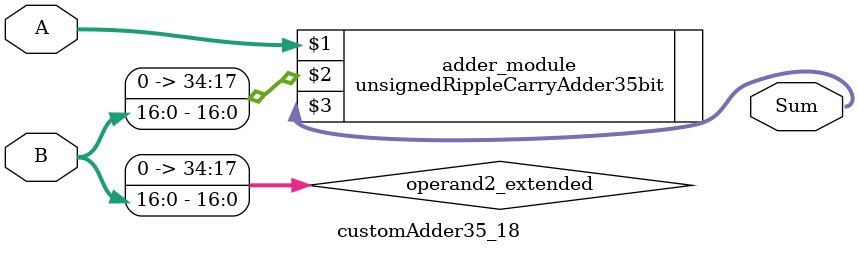
<source format=v>
module customAdder35_18(
                        input [34 : 0] A,
                        input [16 : 0] B,
                        
                        output [35 : 0] Sum
                );

        wire [34 : 0] operand2_extended;
        
        assign operand2_extended =  {18'b0, B};
        
        unsignedRippleCarryAdder35bit adder_module(
            A,
            operand2_extended,
            Sum
        );
        
        endmodule
        
</source>
